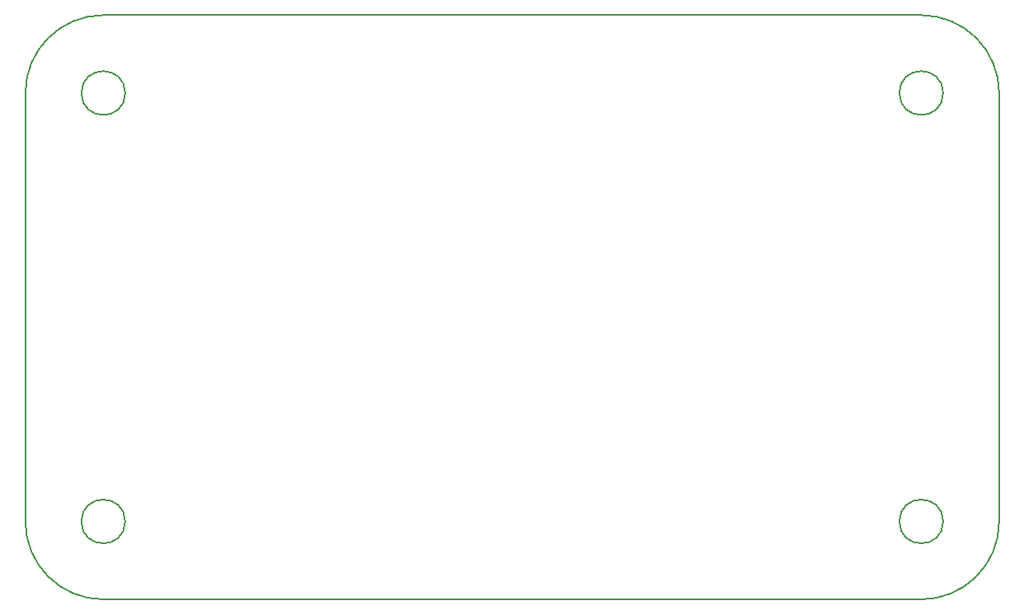
<source format=gbr>
%TF.GenerationSoftware,KiCad,Pcbnew,8.0.3*%
%TF.CreationDate,2025-07-14T16:29:20+02:00*%
%TF.ProjectId,ScxhrittmotorBoard,53637868-7269-4747-946d-6f746f72426f,rev?*%
%TF.SameCoordinates,Original*%
%TF.FileFunction,Profile,NP*%
%FSLAX46Y46*%
G04 Gerber Fmt 4.6, Leading zero omitted, Abs format (unit mm)*
G04 Created by KiCad (PCBNEW 8.0.3) date 2025-07-14 16:29:20*
%MOMM*%
%LPD*%
G01*
G04 APERTURE LIST*
%TA.AperFunction,Profile*%
%ADD10C,0.200000*%
%TD*%
G04 APERTURE END LIST*
D10*
X195535546Y-120225546D02*
G75*
G02*
X187535546Y-128225546I-7999996J-4D01*
G01*
X95535546Y-76225546D02*
G75*
G02*
X103535546Y-68225546I8000004J-4D01*
G01*
X187535546Y-68225546D02*
X103535546Y-68225546D01*
X189785546Y-120225546D02*
G75*
G02*
X185285546Y-120225546I-2250000J0D01*
G01*
X185285546Y-120225546D02*
G75*
G02*
X189785546Y-120225546I2250000J0D01*
G01*
X103535546Y-128225546D02*
X187535546Y-128225546D01*
X105785546Y-76225546D02*
G75*
G02*
X101285546Y-76225546I-2250000J0D01*
G01*
X101285546Y-76225546D02*
G75*
G02*
X105785546Y-76225546I2250000J0D01*
G01*
X195535546Y-120225546D02*
X195535546Y-76225546D01*
X189785546Y-76225546D02*
G75*
G02*
X185285546Y-76225546I-2250000J0D01*
G01*
X185285546Y-76225546D02*
G75*
G02*
X189785546Y-76225546I2250000J0D01*
G01*
X187535546Y-68225546D02*
G75*
G02*
X195535454Y-76225546I-46J-7999954D01*
G01*
X105785546Y-120225546D02*
G75*
G02*
X101285546Y-120225546I-2250000J0D01*
G01*
X101285546Y-120225546D02*
G75*
G02*
X105785546Y-120225546I2250000J0D01*
G01*
X95535546Y-76225546D02*
X95535546Y-120225546D01*
X103535546Y-128225546D02*
G75*
G02*
X95535554Y-120225546I4J7999996D01*
G01*
M02*

</source>
